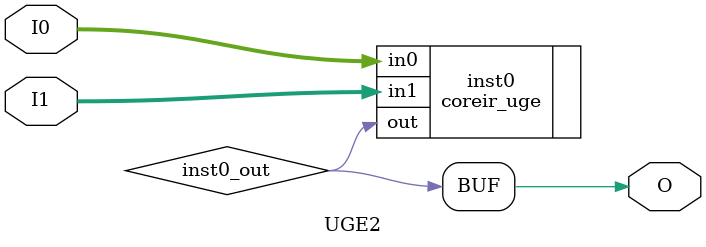
<source format=v>
module UGE2 (input [1:0] I0, input [1:0] I1, output  O);
wire  inst0_out;
coreir_uge inst0 (.in0(I0), .in1(I1), .out(inst0_out));
assign O = inst0_out;
endmodule


</source>
